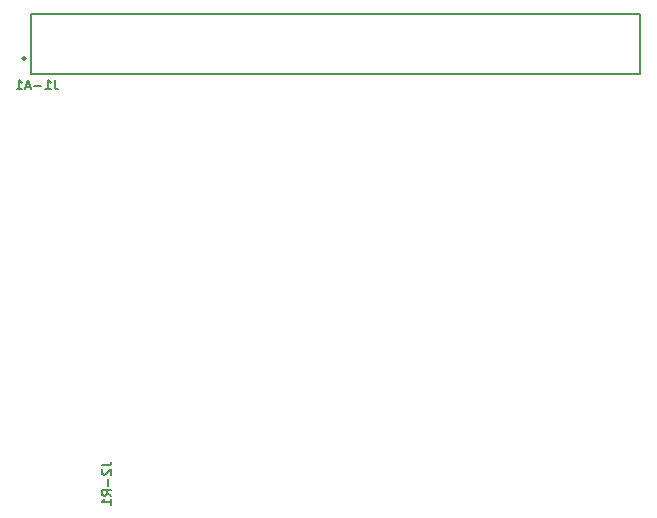
<source format=gbr>
%TF.GenerationSoftware,KiCad,Pcbnew,9.0.6*%
%TF.CreationDate,2025-12-10T21:10:52-05:00*%
%TF.ProjectId,portiloop,706f7274-696c-46f6-9f70-2e6b69636164,2.3*%
%TF.SameCoordinates,Original*%
%TF.FileFunction,Legend,Bot*%
%TF.FilePolarity,Positive*%
%FSLAX46Y46*%
G04 Gerber Fmt 4.6, Leading zero omitted, Abs format (unit mm)*
G04 Created by KiCad (PCBNEW 9.0.6) date 2025-12-10 21:10:52*
%MOMM*%
%LPD*%
G01*
G04 APERTURE LIST*
%ADD10C,0.150000*%
%ADD11C,0.200000*%
%ADD12C,0.250000*%
G04 APERTURE END LIST*
D10*
X83481805Y-76290652D02*
X84053233Y-76290652D01*
X84053233Y-76290652D02*
X84167519Y-76252557D01*
X84167519Y-76252557D02*
X84243710Y-76176366D01*
X84243710Y-76176366D02*
X84281805Y-76062081D01*
X84281805Y-76062081D02*
X84281805Y-75985890D01*
X83557995Y-76633509D02*
X83519900Y-76671605D01*
X83519900Y-76671605D02*
X83481805Y-76747795D01*
X83481805Y-76747795D02*
X83481805Y-76938271D01*
X83481805Y-76938271D02*
X83519900Y-77014462D01*
X83519900Y-77014462D02*
X83557995Y-77052557D01*
X83557995Y-77052557D02*
X83634186Y-77090652D01*
X83634186Y-77090652D02*
X83710376Y-77090652D01*
X83710376Y-77090652D02*
X83824662Y-77052557D01*
X83824662Y-77052557D02*
X84281805Y-76595414D01*
X84281805Y-76595414D02*
X84281805Y-77090652D01*
X83977043Y-77433510D02*
X83977043Y-78043034D01*
X84281805Y-78881129D02*
X83900852Y-78614462D01*
X84281805Y-78423986D02*
X83481805Y-78423986D01*
X83481805Y-78423986D02*
X83481805Y-78728748D01*
X83481805Y-78728748D02*
X83519900Y-78804938D01*
X83519900Y-78804938D02*
X83557995Y-78843033D01*
X83557995Y-78843033D02*
X83634186Y-78881129D01*
X83634186Y-78881129D02*
X83748471Y-78881129D01*
X83748471Y-78881129D02*
X83824662Y-78843033D01*
X83824662Y-78843033D02*
X83862757Y-78804938D01*
X83862757Y-78804938D02*
X83900852Y-78728748D01*
X83900852Y-78728748D02*
X83900852Y-78423986D01*
X84281805Y-79643033D02*
X84281805Y-79185890D01*
X84281805Y-79414462D02*
X83481805Y-79414462D01*
X83481805Y-79414462D02*
X83596090Y-79338271D01*
X83596090Y-79338271D02*
X83672281Y-79262081D01*
X83672281Y-79262081D02*
X83710376Y-79185890D01*
X79505224Y-43663145D02*
X79505224Y-44234573D01*
X79505224Y-44234573D02*
X79543319Y-44348859D01*
X79543319Y-44348859D02*
X79619510Y-44425050D01*
X79619510Y-44425050D02*
X79733795Y-44463145D01*
X79733795Y-44463145D02*
X79809986Y-44463145D01*
X78705224Y-44463145D02*
X79162367Y-44463145D01*
X78933795Y-44463145D02*
X78933795Y-43663145D01*
X78933795Y-43663145D02*
X79009986Y-43777430D01*
X79009986Y-43777430D02*
X79086176Y-43853621D01*
X79086176Y-43853621D02*
X79162367Y-43891716D01*
X78362366Y-44158383D02*
X77752843Y-44158383D01*
X77409986Y-44234573D02*
X77029033Y-44234573D01*
X77486176Y-44463145D02*
X77219509Y-43663145D01*
X77219509Y-43663145D02*
X76952843Y-44463145D01*
X76267129Y-44463145D02*
X76724272Y-44463145D01*
X76495700Y-44463145D02*
X76495700Y-43663145D01*
X76495700Y-43663145D02*
X76571891Y-43777430D01*
X76571891Y-43777430D02*
X76648081Y-43853621D01*
X76648081Y-43853621D02*
X76724272Y-43891716D01*
D11*
%TO.C,J1-A1*%
X77501030Y-43132550D02*
X77501030Y-38052550D01*
X129061030Y-38052550D02*
X77501030Y-38052550D01*
X129061030Y-43132550D02*
X77501030Y-43132550D01*
X129061030Y-43132550D02*
X129061030Y-38052550D01*
D12*
X77026030Y-41862550D02*
G75*
G02*
X76776030Y-41862550I-125000J0D01*
G01*
X76776030Y-41862550D02*
G75*
G02*
X77026030Y-41862550I125000J0D01*
G01*
%TD*%
M02*

</source>
